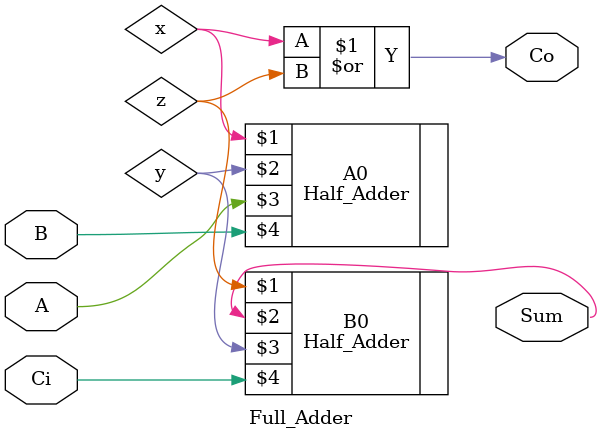
<source format=v>
`timescale 1ns / 1ps


module Full_Adder(Co,Sum,A,B,Ci);
input A,B,Ci;
output Sum,Co;

wire x,y,z;

Half_Adder A0(x,y,A,B);
Half_Adder B0(z,Sum,y,Ci);
or B1(Co,x,z);

endmodule

</source>
